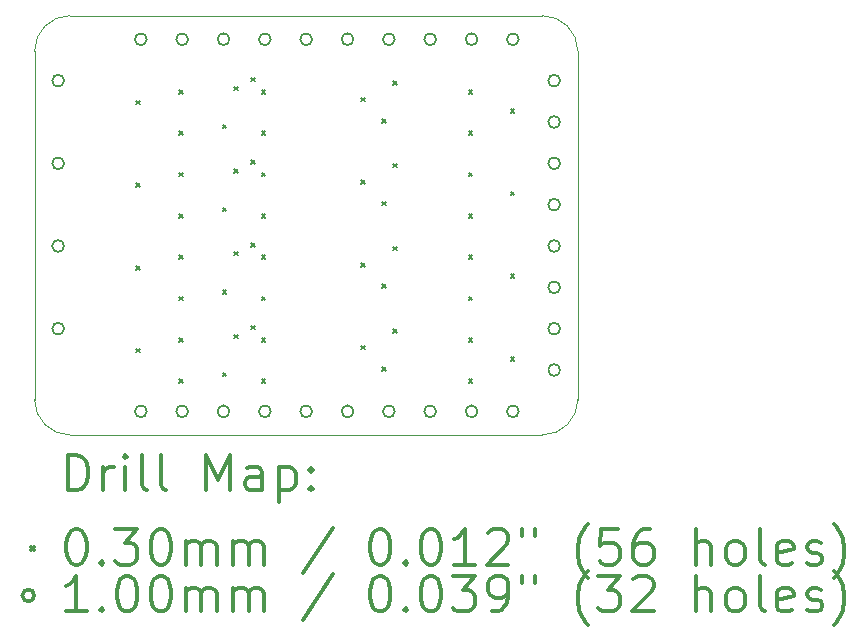
<source format=gbr>
%FSLAX45Y45*%
G04 Gerber Fmt 4.5, Leading zero omitted, Abs format (unit mm)*
G04 Created by KiCad (PCBNEW (5.1.9)-1) date 2022-08-22 18:31:57*
%MOMM*%
%LPD*%
G01*
G04 APERTURE LIST*
%TA.AperFunction,Profile*%
%ADD10C,0.050000*%
%TD*%
%ADD11C,0.200000*%
%ADD12C,0.300000*%
G04 APERTURE END LIST*
D10*
X15300000Y-8550000D02*
G75*
G02*
X15600000Y-8850000I0J-300000D01*
G01*
X11000000Y-8850000D02*
G75*
G02*
X11300000Y-8550000I300000J0D01*
G01*
X11300000Y-12100000D02*
G75*
G02*
X11000000Y-11800000I0J300000D01*
G01*
X15600000Y-11800000D02*
G75*
G02*
X15300000Y-12100000I-300000J0D01*
G01*
X11300000Y-12100000D02*
X15300000Y-12100000D01*
X11000000Y-8850000D02*
X11000000Y-11800000D01*
X15300000Y-8550000D02*
X11300000Y-8550000D01*
X15600000Y-11800000D02*
X15600000Y-8850000D01*
D11*
X11859300Y-9270000D02*
X11889300Y-9300000D01*
X11889300Y-9270000D02*
X11859300Y-9300000D01*
X11859300Y-9970000D02*
X11889300Y-10000000D01*
X11889300Y-9970000D02*
X11859300Y-10000000D01*
X11859300Y-10670000D02*
X11889300Y-10700000D01*
X11889300Y-10670000D02*
X11859300Y-10700000D01*
X11859300Y-11370000D02*
X11889300Y-11400000D01*
X11889300Y-11370000D02*
X11859300Y-11400000D01*
X12225000Y-9180000D02*
X12255000Y-9210000D01*
X12255000Y-9180000D02*
X12225000Y-9210000D01*
X12225000Y-9530000D02*
X12255000Y-9560000D01*
X12255000Y-9530000D02*
X12225000Y-9560000D01*
X12225000Y-9880000D02*
X12255000Y-9910000D01*
X12255000Y-9880000D02*
X12225000Y-9910000D01*
X12225000Y-10230000D02*
X12255000Y-10260000D01*
X12255000Y-10230000D02*
X12225000Y-10260000D01*
X12225000Y-10580000D02*
X12255000Y-10610000D01*
X12255000Y-10580000D02*
X12225000Y-10610000D01*
X12225000Y-10930000D02*
X12255000Y-10960000D01*
X12255000Y-10930000D02*
X12225000Y-10960000D01*
X12225000Y-11280000D02*
X12255000Y-11310000D01*
X12255000Y-11280000D02*
X12225000Y-11310000D01*
X12225000Y-11630000D02*
X12255000Y-11660000D01*
X12255000Y-11630000D02*
X12225000Y-11660000D01*
X12595000Y-9475000D02*
X12625000Y-9505000D01*
X12625000Y-9475000D02*
X12595000Y-9505000D01*
X12595000Y-10175000D02*
X12625000Y-10205000D01*
X12625000Y-10175000D02*
X12595000Y-10205000D01*
X12595000Y-10875000D02*
X12625000Y-10905000D01*
X12625000Y-10875000D02*
X12595000Y-10905000D01*
X12595000Y-11575000D02*
X12625000Y-11605000D01*
X12625000Y-11575000D02*
X12595000Y-11605000D01*
X12690000Y-9150000D02*
X12720000Y-9180000D01*
X12720000Y-9150000D02*
X12690000Y-9180000D01*
X12690000Y-9850000D02*
X12720000Y-9880000D01*
X12720000Y-9850000D02*
X12690000Y-9880000D01*
X12690000Y-10550000D02*
X12720000Y-10580000D01*
X12720000Y-10550000D02*
X12690000Y-10580000D01*
X12690000Y-11250000D02*
X12720000Y-11280000D01*
X12720000Y-11250000D02*
X12690000Y-11280000D01*
X12835000Y-9075000D02*
X12865000Y-9105000D01*
X12865000Y-9075000D02*
X12835000Y-9105000D01*
X12835000Y-9775000D02*
X12865000Y-9805000D01*
X12865000Y-9775000D02*
X12835000Y-9805000D01*
X12835000Y-10475000D02*
X12865000Y-10505000D01*
X12865000Y-10475000D02*
X12835000Y-10505000D01*
X12835000Y-11175000D02*
X12865000Y-11205000D01*
X12865000Y-11175000D02*
X12835000Y-11205000D01*
X12925000Y-9180000D02*
X12955000Y-9210000D01*
X12955000Y-9180000D02*
X12925000Y-9210000D01*
X12925000Y-9530000D02*
X12955000Y-9560000D01*
X12955000Y-9530000D02*
X12925000Y-9560000D01*
X12925000Y-9880000D02*
X12955000Y-9910000D01*
X12955000Y-9880000D02*
X12925000Y-9910000D01*
X12925000Y-10230000D02*
X12955000Y-10260000D01*
X12955000Y-10230000D02*
X12925000Y-10260000D01*
X12925000Y-10580000D02*
X12955000Y-10610000D01*
X12955000Y-10580000D02*
X12925000Y-10610000D01*
X12925000Y-10930000D02*
X12955000Y-10960000D01*
X12955000Y-10930000D02*
X12925000Y-10960000D01*
X12925000Y-11280000D02*
X12955000Y-11310000D01*
X12955000Y-11280000D02*
X12925000Y-11310000D01*
X12925000Y-11630000D02*
X12955000Y-11660000D01*
X12955000Y-11630000D02*
X12925000Y-11660000D01*
X13765000Y-9245000D02*
X13795000Y-9275000D01*
X13795000Y-9245000D02*
X13765000Y-9275000D01*
X13765000Y-9945000D02*
X13795000Y-9975000D01*
X13795000Y-9945000D02*
X13765000Y-9975000D01*
X13765000Y-10645000D02*
X13795000Y-10675000D01*
X13795000Y-10645000D02*
X13765000Y-10675000D01*
X13765000Y-11345000D02*
X13795000Y-11375000D01*
X13795000Y-11345000D02*
X13765000Y-11375000D01*
X13945000Y-9425000D02*
X13975000Y-9455000D01*
X13975000Y-9425000D02*
X13945000Y-9455000D01*
X13945000Y-10125000D02*
X13975000Y-10155000D01*
X13975000Y-10125000D02*
X13945000Y-10155000D01*
X13945000Y-10825000D02*
X13975000Y-10855000D01*
X13975000Y-10825000D02*
X13945000Y-10855000D01*
X13945000Y-11525000D02*
X13975000Y-11555000D01*
X13975000Y-11525000D02*
X13945000Y-11555000D01*
X14035000Y-9105000D02*
X14065000Y-9135000D01*
X14065000Y-9105000D02*
X14035000Y-9135000D01*
X14035000Y-9805000D02*
X14065000Y-9835000D01*
X14065000Y-9805000D02*
X14035000Y-9835000D01*
X14035000Y-10505000D02*
X14065000Y-10535000D01*
X14065000Y-10505000D02*
X14035000Y-10535000D01*
X14035000Y-11205000D02*
X14065000Y-11235000D01*
X14065000Y-11205000D02*
X14035000Y-11235000D01*
X14675000Y-9180000D02*
X14705000Y-9210000D01*
X14705000Y-9180000D02*
X14675000Y-9210000D01*
X14675000Y-9530000D02*
X14705000Y-9560000D01*
X14705000Y-9530000D02*
X14675000Y-9560000D01*
X14675000Y-9880000D02*
X14705000Y-9910000D01*
X14705000Y-9880000D02*
X14675000Y-9910000D01*
X14675000Y-10230000D02*
X14705000Y-10260000D01*
X14705000Y-10230000D02*
X14675000Y-10260000D01*
X14675000Y-10580000D02*
X14705000Y-10610000D01*
X14705000Y-10580000D02*
X14675000Y-10610000D01*
X14675000Y-10930000D02*
X14705000Y-10960000D01*
X14705000Y-10930000D02*
X14675000Y-10960000D01*
X14675000Y-11280000D02*
X14705000Y-11310000D01*
X14705000Y-11280000D02*
X14675000Y-11310000D01*
X14675000Y-11630000D02*
X14705000Y-11660000D01*
X14705000Y-11630000D02*
X14675000Y-11660000D01*
X15030000Y-9340000D02*
X15060000Y-9370000D01*
X15060000Y-9340000D02*
X15030000Y-9370000D01*
X15030000Y-10040000D02*
X15060000Y-10070000D01*
X15060000Y-10040000D02*
X15030000Y-10070000D01*
X15030000Y-10740000D02*
X15060000Y-10770000D01*
X15060000Y-10740000D02*
X15030000Y-10770000D01*
X15030000Y-11440000D02*
X15060000Y-11470000D01*
X15060000Y-11440000D02*
X15030000Y-11470000D01*
X11250000Y-9100000D02*
G75*
G03*
X11250000Y-9100000I-50000J0D01*
G01*
X11250000Y-9800000D02*
G75*
G03*
X11250000Y-9800000I-50000J0D01*
G01*
X11250000Y-10500000D02*
G75*
G03*
X11250000Y-10500000I-50000J0D01*
G01*
X11250000Y-11200000D02*
G75*
G03*
X11250000Y-11200000I-50000J0D01*
G01*
X11950000Y-8750000D02*
G75*
G03*
X11950000Y-8750000I-50000J0D01*
G01*
X11950000Y-11900000D02*
G75*
G03*
X11950000Y-11900000I-50000J0D01*
G01*
X12300000Y-8750000D02*
G75*
G03*
X12300000Y-8750000I-50000J0D01*
G01*
X12300000Y-11900000D02*
G75*
G03*
X12300000Y-11900000I-50000J0D01*
G01*
X12650000Y-8750000D02*
G75*
G03*
X12650000Y-8750000I-50000J0D01*
G01*
X12650000Y-11900000D02*
G75*
G03*
X12650000Y-11900000I-50000J0D01*
G01*
X13000000Y-8750000D02*
G75*
G03*
X13000000Y-8750000I-50000J0D01*
G01*
X13000000Y-11900000D02*
G75*
G03*
X13000000Y-11900000I-50000J0D01*
G01*
X13350000Y-8750000D02*
G75*
G03*
X13350000Y-8750000I-50000J0D01*
G01*
X13350000Y-11900000D02*
G75*
G03*
X13350000Y-11900000I-50000J0D01*
G01*
X13700000Y-8750000D02*
G75*
G03*
X13700000Y-8750000I-50000J0D01*
G01*
X13700000Y-11900000D02*
G75*
G03*
X13700000Y-11900000I-50000J0D01*
G01*
X14050000Y-8750000D02*
G75*
G03*
X14050000Y-8750000I-50000J0D01*
G01*
X14050000Y-11900000D02*
G75*
G03*
X14050000Y-11900000I-50000J0D01*
G01*
X14400000Y-8750000D02*
G75*
G03*
X14400000Y-8750000I-50000J0D01*
G01*
X14400000Y-11900000D02*
G75*
G03*
X14400000Y-11900000I-50000J0D01*
G01*
X14750000Y-8750000D02*
G75*
G03*
X14750000Y-8750000I-50000J0D01*
G01*
X14750000Y-11900000D02*
G75*
G03*
X14750000Y-11900000I-50000J0D01*
G01*
X15100000Y-8750000D02*
G75*
G03*
X15100000Y-8750000I-50000J0D01*
G01*
X15100000Y-11900000D02*
G75*
G03*
X15100000Y-11900000I-50000J0D01*
G01*
X15450000Y-9100000D02*
G75*
G03*
X15450000Y-9100000I-50000J0D01*
G01*
X15450000Y-9450000D02*
G75*
G03*
X15450000Y-9450000I-50000J0D01*
G01*
X15450000Y-9800000D02*
G75*
G03*
X15450000Y-9800000I-50000J0D01*
G01*
X15450000Y-10150000D02*
G75*
G03*
X15450000Y-10150000I-50000J0D01*
G01*
X15450000Y-10500000D02*
G75*
G03*
X15450000Y-10500000I-50000J0D01*
G01*
X15450000Y-10850000D02*
G75*
G03*
X15450000Y-10850000I-50000J0D01*
G01*
X15450000Y-11200000D02*
G75*
G03*
X15450000Y-11200000I-50000J0D01*
G01*
X15450000Y-11550000D02*
G75*
G03*
X15450000Y-11550000I-50000J0D01*
G01*
D12*
X11283928Y-12568214D02*
X11283928Y-12268214D01*
X11355357Y-12268214D01*
X11398214Y-12282500D01*
X11426786Y-12311071D01*
X11441071Y-12339643D01*
X11455357Y-12396786D01*
X11455357Y-12439643D01*
X11441071Y-12496786D01*
X11426786Y-12525357D01*
X11398214Y-12553929D01*
X11355357Y-12568214D01*
X11283928Y-12568214D01*
X11583928Y-12568214D02*
X11583928Y-12368214D01*
X11583928Y-12425357D02*
X11598214Y-12396786D01*
X11612500Y-12382500D01*
X11641071Y-12368214D01*
X11669643Y-12368214D01*
X11769643Y-12568214D02*
X11769643Y-12368214D01*
X11769643Y-12268214D02*
X11755357Y-12282500D01*
X11769643Y-12296786D01*
X11783928Y-12282500D01*
X11769643Y-12268214D01*
X11769643Y-12296786D01*
X11955357Y-12568214D02*
X11926786Y-12553929D01*
X11912500Y-12525357D01*
X11912500Y-12268214D01*
X12112500Y-12568214D02*
X12083928Y-12553929D01*
X12069643Y-12525357D01*
X12069643Y-12268214D01*
X12455357Y-12568214D02*
X12455357Y-12268214D01*
X12555357Y-12482500D01*
X12655357Y-12268214D01*
X12655357Y-12568214D01*
X12926786Y-12568214D02*
X12926786Y-12411071D01*
X12912500Y-12382500D01*
X12883928Y-12368214D01*
X12826786Y-12368214D01*
X12798214Y-12382500D01*
X12926786Y-12553929D02*
X12898214Y-12568214D01*
X12826786Y-12568214D01*
X12798214Y-12553929D01*
X12783928Y-12525357D01*
X12783928Y-12496786D01*
X12798214Y-12468214D01*
X12826786Y-12453929D01*
X12898214Y-12453929D01*
X12926786Y-12439643D01*
X13069643Y-12368214D02*
X13069643Y-12668214D01*
X13069643Y-12382500D02*
X13098214Y-12368214D01*
X13155357Y-12368214D01*
X13183928Y-12382500D01*
X13198214Y-12396786D01*
X13212500Y-12425357D01*
X13212500Y-12511071D01*
X13198214Y-12539643D01*
X13183928Y-12553929D01*
X13155357Y-12568214D01*
X13098214Y-12568214D01*
X13069643Y-12553929D01*
X13341071Y-12539643D02*
X13355357Y-12553929D01*
X13341071Y-12568214D01*
X13326786Y-12553929D01*
X13341071Y-12539643D01*
X13341071Y-12568214D01*
X13341071Y-12382500D02*
X13355357Y-12396786D01*
X13341071Y-12411071D01*
X13326786Y-12396786D01*
X13341071Y-12382500D01*
X13341071Y-12411071D01*
X10967500Y-13047500D02*
X10997500Y-13077500D01*
X10997500Y-13047500D02*
X10967500Y-13077500D01*
X11341071Y-12898214D02*
X11369643Y-12898214D01*
X11398214Y-12912500D01*
X11412500Y-12926786D01*
X11426786Y-12955357D01*
X11441071Y-13012500D01*
X11441071Y-13083929D01*
X11426786Y-13141071D01*
X11412500Y-13169643D01*
X11398214Y-13183929D01*
X11369643Y-13198214D01*
X11341071Y-13198214D01*
X11312500Y-13183929D01*
X11298214Y-13169643D01*
X11283928Y-13141071D01*
X11269643Y-13083929D01*
X11269643Y-13012500D01*
X11283928Y-12955357D01*
X11298214Y-12926786D01*
X11312500Y-12912500D01*
X11341071Y-12898214D01*
X11569643Y-13169643D02*
X11583928Y-13183929D01*
X11569643Y-13198214D01*
X11555357Y-13183929D01*
X11569643Y-13169643D01*
X11569643Y-13198214D01*
X11683928Y-12898214D02*
X11869643Y-12898214D01*
X11769643Y-13012500D01*
X11812500Y-13012500D01*
X11841071Y-13026786D01*
X11855357Y-13041071D01*
X11869643Y-13069643D01*
X11869643Y-13141071D01*
X11855357Y-13169643D01*
X11841071Y-13183929D01*
X11812500Y-13198214D01*
X11726786Y-13198214D01*
X11698214Y-13183929D01*
X11683928Y-13169643D01*
X12055357Y-12898214D02*
X12083928Y-12898214D01*
X12112500Y-12912500D01*
X12126786Y-12926786D01*
X12141071Y-12955357D01*
X12155357Y-13012500D01*
X12155357Y-13083929D01*
X12141071Y-13141071D01*
X12126786Y-13169643D01*
X12112500Y-13183929D01*
X12083928Y-13198214D01*
X12055357Y-13198214D01*
X12026786Y-13183929D01*
X12012500Y-13169643D01*
X11998214Y-13141071D01*
X11983928Y-13083929D01*
X11983928Y-13012500D01*
X11998214Y-12955357D01*
X12012500Y-12926786D01*
X12026786Y-12912500D01*
X12055357Y-12898214D01*
X12283928Y-13198214D02*
X12283928Y-12998214D01*
X12283928Y-13026786D02*
X12298214Y-13012500D01*
X12326786Y-12998214D01*
X12369643Y-12998214D01*
X12398214Y-13012500D01*
X12412500Y-13041071D01*
X12412500Y-13198214D01*
X12412500Y-13041071D02*
X12426786Y-13012500D01*
X12455357Y-12998214D01*
X12498214Y-12998214D01*
X12526786Y-13012500D01*
X12541071Y-13041071D01*
X12541071Y-13198214D01*
X12683928Y-13198214D02*
X12683928Y-12998214D01*
X12683928Y-13026786D02*
X12698214Y-13012500D01*
X12726786Y-12998214D01*
X12769643Y-12998214D01*
X12798214Y-13012500D01*
X12812500Y-13041071D01*
X12812500Y-13198214D01*
X12812500Y-13041071D02*
X12826786Y-13012500D01*
X12855357Y-12998214D01*
X12898214Y-12998214D01*
X12926786Y-13012500D01*
X12941071Y-13041071D01*
X12941071Y-13198214D01*
X13526786Y-12883929D02*
X13269643Y-13269643D01*
X13912500Y-12898214D02*
X13941071Y-12898214D01*
X13969643Y-12912500D01*
X13983928Y-12926786D01*
X13998214Y-12955357D01*
X14012500Y-13012500D01*
X14012500Y-13083929D01*
X13998214Y-13141071D01*
X13983928Y-13169643D01*
X13969643Y-13183929D01*
X13941071Y-13198214D01*
X13912500Y-13198214D01*
X13883928Y-13183929D01*
X13869643Y-13169643D01*
X13855357Y-13141071D01*
X13841071Y-13083929D01*
X13841071Y-13012500D01*
X13855357Y-12955357D01*
X13869643Y-12926786D01*
X13883928Y-12912500D01*
X13912500Y-12898214D01*
X14141071Y-13169643D02*
X14155357Y-13183929D01*
X14141071Y-13198214D01*
X14126786Y-13183929D01*
X14141071Y-13169643D01*
X14141071Y-13198214D01*
X14341071Y-12898214D02*
X14369643Y-12898214D01*
X14398214Y-12912500D01*
X14412500Y-12926786D01*
X14426786Y-12955357D01*
X14441071Y-13012500D01*
X14441071Y-13083929D01*
X14426786Y-13141071D01*
X14412500Y-13169643D01*
X14398214Y-13183929D01*
X14369643Y-13198214D01*
X14341071Y-13198214D01*
X14312500Y-13183929D01*
X14298214Y-13169643D01*
X14283928Y-13141071D01*
X14269643Y-13083929D01*
X14269643Y-13012500D01*
X14283928Y-12955357D01*
X14298214Y-12926786D01*
X14312500Y-12912500D01*
X14341071Y-12898214D01*
X14726786Y-13198214D02*
X14555357Y-13198214D01*
X14641071Y-13198214D02*
X14641071Y-12898214D01*
X14612500Y-12941071D01*
X14583928Y-12969643D01*
X14555357Y-12983929D01*
X14841071Y-12926786D02*
X14855357Y-12912500D01*
X14883928Y-12898214D01*
X14955357Y-12898214D01*
X14983928Y-12912500D01*
X14998214Y-12926786D01*
X15012500Y-12955357D01*
X15012500Y-12983929D01*
X14998214Y-13026786D01*
X14826786Y-13198214D01*
X15012500Y-13198214D01*
X15126786Y-12898214D02*
X15126786Y-12955357D01*
X15241071Y-12898214D02*
X15241071Y-12955357D01*
X15683928Y-13312500D02*
X15669643Y-13298214D01*
X15641071Y-13255357D01*
X15626786Y-13226786D01*
X15612500Y-13183929D01*
X15598214Y-13112500D01*
X15598214Y-13055357D01*
X15612500Y-12983929D01*
X15626786Y-12941071D01*
X15641071Y-12912500D01*
X15669643Y-12869643D01*
X15683928Y-12855357D01*
X15941071Y-12898214D02*
X15798214Y-12898214D01*
X15783928Y-13041071D01*
X15798214Y-13026786D01*
X15826786Y-13012500D01*
X15898214Y-13012500D01*
X15926786Y-13026786D01*
X15941071Y-13041071D01*
X15955357Y-13069643D01*
X15955357Y-13141071D01*
X15941071Y-13169643D01*
X15926786Y-13183929D01*
X15898214Y-13198214D01*
X15826786Y-13198214D01*
X15798214Y-13183929D01*
X15783928Y-13169643D01*
X16212500Y-12898214D02*
X16155357Y-12898214D01*
X16126786Y-12912500D01*
X16112500Y-12926786D01*
X16083928Y-12969643D01*
X16069643Y-13026786D01*
X16069643Y-13141071D01*
X16083928Y-13169643D01*
X16098214Y-13183929D01*
X16126786Y-13198214D01*
X16183928Y-13198214D01*
X16212500Y-13183929D01*
X16226786Y-13169643D01*
X16241071Y-13141071D01*
X16241071Y-13069643D01*
X16226786Y-13041071D01*
X16212500Y-13026786D01*
X16183928Y-13012500D01*
X16126786Y-13012500D01*
X16098214Y-13026786D01*
X16083928Y-13041071D01*
X16069643Y-13069643D01*
X16598214Y-13198214D02*
X16598214Y-12898214D01*
X16726786Y-13198214D02*
X16726786Y-13041071D01*
X16712500Y-13012500D01*
X16683928Y-12998214D01*
X16641071Y-12998214D01*
X16612500Y-13012500D01*
X16598214Y-13026786D01*
X16912500Y-13198214D02*
X16883928Y-13183929D01*
X16869643Y-13169643D01*
X16855357Y-13141071D01*
X16855357Y-13055357D01*
X16869643Y-13026786D01*
X16883928Y-13012500D01*
X16912500Y-12998214D01*
X16955357Y-12998214D01*
X16983928Y-13012500D01*
X16998214Y-13026786D01*
X17012500Y-13055357D01*
X17012500Y-13141071D01*
X16998214Y-13169643D01*
X16983928Y-13183929D01*
X16955357Y-13198214D01*
X16912500Y-13198214D01*
X17183928Y-13198214D02*
X17155357Y-13183929D01*
X17141071Y-13155357D01*
X17141071Y-12898214D01*
X17412500Y-13183929D02*
X17383928Y-13198214D01*
X17326786Y-13198214D01*
X17298214Y-13183929D01*
X17283928Y-13155357D01*
X17283928Y-13041071D01*
X17298214Y-13012500D01*
X17326786Y-12998214D01*
X17383928Y-12998214D01*
X17412500Y-13012500D01*
X17426786Y-13041071D01*
X17426786Y-13069643D01*
X17283928Y-13098214D01*
X17541071Y-13183929D02*
X17569643Y-13198214D01*
X17626786Y-13198214D01*
X17655357Y-13183929D01*
X17669643Y-13155357D01*
X17669643Y-13141071D01*
X17655357Y-13112500D01*
X17626786Y-13098214D01*
X17583928Y-13098214D01*
X17555357Y-13083929D01*
X17541071Y-13055357D01*
X17541071Y-13041071D01*
X17555357Y-13012500D01*
X17583928Y-12998214D01*
X17626786Y-12998214D01*
X17655357Y-13012500D01*
X17769643Y-13312500D02*
X17783928Y-13298214D01*
X17812500Y-13255357D01*
X17826786Y-13226786D01*
X17841071Y-13183929D01*
X17855357Y-13112500D01*
X17855357Y-13055357D01*
X17841071Y-12983929D01*
X17826786Y-12941071D01*
X17812500Y-12912500D01*
X17783928Y-12869643D01*
X17769643Y-12855357D01*
X10997500Y-13458500D02*
G75*
G03*
X10997500Y-13458500I-50000J0D01*
G01*
X11441071Y-13594214D02*
X11269643Y-13594214D01*
X11355357Y-13594214D02*
X11355357Y-13294214D01*
X11326786Y-13337071D01*
X11298214Y-13365643D01*
X11269643Y-13379929D01*
X11569643Y-13565643D02*
X11583928Y-13579929D01*
X11569643Y-13594214D01*
X11555357Y-13579929D01*
X11569643Y-13565643D01*
X11569643Y-13594214D01*
X11769643Y-13294214D02*
X11798214Y-13294214D01*
X11826786Y-13308500D01*
X11841071Y-13322786D01*
X11855357Y-13351357D01*
X11869643Y-13408500D01*
X11869643Y-13479929D01*
X11855357Y-13537071D01*
X11841071Y-13565643D01*
X11826786Y-13579929D01*
X11798214Y-13594214D01*
X11769643Y-13594214D01*
X11741071Y-13579929D01*
X11726786Y-13565643D01*
X11712500Y-13537071D01*
X11698214Y-13479929D01*
X11698214Y-13408500D01*
X11712500Y-13351357D01*
X11726786Y-13322786D01*
X11741071Y-13308500D01*
X11769643Y-13294214D01*
X12055357Y-13294214D02*
X12083928Y-13294214D01*
X12112500Y-13308500D01*
X12126786Y-13322786D01*
X12141071Y-13351357D01*
X12155357Y-13408500D01*
X12155357Y-13479929D01*
X12141071Y-13537071D01*
X12126786Y-13565643D01*
X12112500Y-13579929D01*
X12083928Y-13594214D01*
X12055357Y-13594214D01*
X12026786Y-13579929D01*
X12012500Y-13565643D01*
X11998214Y-13537071D01*
X11983928Y-13479929D01*
X11983928Y-13408500D01*
X11998214Y-13351357D01*
X12012500Y-13322786D01*
X12026786Y-13308500D01*
X12055357Y-13294214D01*
X12283928Y-13594214D02*
X12283928Y-13394214D01*
X12283928Y-13422786D02*
X12298214Y-13408500D01*
X12326786Y-13394214D01*
X12369643Y-13394214D01*
X12398214Y-13408500D01*
X12412500Y-13437071D01*
X12412500Y-13594214D01*
X12412500Y-13437071D02*
X12426786Y-13408500D01*
X12455357Y-13394214D01*
X12498214Y-13394214D01*
X12526786Y-13408500D01*
X12541071Y-13437071D01*
X12541071Y-13594214D01*
X12683928Y-13594214D02*
X12683928Y-13394214D01*
X12683928Y-13422786D02*
X12698214Y-13408500D01*
X12726786Y-13394214D01*
X12769643Y-13394214D01*
X12798214Y-13408500D01*
X12812500Y-13437071D01*
X12812500Y-13594214D01*
X12812500Y-13437071D02*
X12826786Y-13408500D01*
X12855357Y-13394214D01*
X12898214Y-13394214D01*
X12926786Y-13408500D01*
X12941071Y-13437071D01*
X12941071Y-13594214D01*
X13526786Y-13279929D02*
X13269643Y-13665643D01*
X13912500Y-13294214D02*
X13941071Y-13294214D01*
X13969643Y-13308500D01*
X13983928Y-13322786D01*
X13998214Y-13351357D01*
X14012500Y-13408500D01*
X14012500Y-13479929D01*
X13998214Y-13537071D01*
X13983928Y-13565643D01*
X13969643Y-13579929D01*
X13941071Y-13594214D01*
X13912500Y-13594214D01*
X13883928Y-13579929D01*
X13869643Y-13565643D01*
X13855357Y-13537071D01*
X13841071Y-13479929D01*
X13841071Y-13408500D01*
X13855357Y-13351357D01*
X13869643Y-13322786D01*
X13883928Y-13308500D01*
X13912500Y-13294214D01*
X14141071Y-13565643D02*
X14155357Y-13579929D01*
X14141071Y-13594214D01*
X14126786Y-13579929D01*
X14141071Y-13565643D01*
X14141071Y-13594214D01*
X14341071Y-13294214D02*
X14369643Y-13294214D01*
X14398214Y-13308500D01*
X14412500Y-13322786D01*
X14426786Y-13351357D01*
X14441071Y-13408500D01*
X14441071Y-13479929D01*
X14426786Y-13537071D01*
X14412500Y-13565643D01*
X14398214Y-13579929D01*
X14369643Y-13594214D01*
X14341071Y-13594214D01*
X14312500Y-13579929D01*
X14298214Y-13565643D01*
X14283928Y-13537071D01*
X14269643Y-13479929D01*
X14269643Y-13408500D01*
X14283928Y-13351357D01*
X14298214Y-13322786D01*
X14312500Y-13308500D01*
X14341071Y-13294214D01*
X14541071Y-13294214D02*
X14726786Y-13294214D01*
X14626786Y-13408500D01*
X14669643Y-13408500D01*
X14698214Y-13422786D01*
X14712500Y-13437071D01*
X14726786Y-13465643D01*
X14726786Y-13537071D01*
X14712500Y-13565643D01*
X14698214Y-13579929D01*
X14669643Y-13594214D01*
X14583928Y-13594214D01*
X14555357Y-13579929D01*
X14541071Y-13565643D01*
X14869643Y-13594214D02*
X14926786Y-13594214D01*
X14955357Y-13579929D01*
X14969643Y-13565643D01*
X14998214Y-13522786D01*
X15012500Y-13465643D01*
X15012500Y-13351357D01*
X14998214Y-13322786D01*
X14983928Y-13308500D01*
X14955357Y-13294214D01*
X14898214Y-13294214D01*
X14869643Y-13308500D01*
X14855357Y-13322786D01*
X14841071Y-13351357D01*
X14841071Y-13422786D01*
X14855357Y-13451357D01*
X14869643Y-13465643D01*
X14898214Y-13479929D01*
X14955357Y-13479929D01*
X14983928Y-13465643D01*
X14998214Y-13451357D01*
X15012500Y-13422786D01*
X15126786Y-13294214D02*
X15126786Y-13351357D01*
X15241071Y-13294214D02*
X15241071Y-13351357D01*
X15683928Y-13708500D02*
X15669643Y-13694214D01*
X15641071Y-13651357D01*
X15626786Y-13622786D01*
X15612500Y-13579929D01*
X15598214Y-13508500D01*
X15598214Y-13451357D01*
X15612500Y-13379929D01*
X15626786Y-13337071D01*
X15641071Y-13308500D01*
X15669643Y-13265643D01*
X15683928Y-13251357D01*
X15769643Y-13294214D02*
X15955357Y-13294214D01*
X15855357Y-13408500D01*
X15898214Y-13408500D01*
X15926786Y-13422786D01*
X15941071Y-13437071D01*
X15955357Y-13465643D01*
X15955357Y-13537071D01*
X15941071Y-13565643D01*
X15926786Y-13579929D01*
X15898214Y-13594214D01*
X15812500Y-13594214D01*
X15783928Y-13579929D01*
X15769643Y-13565643D01*
X16069643Y-13322786D02*
X16083928Y-13308500D01*
X16112500Y-13294214D01*
X16183928Y-13294214D01*
X16212500Y-13308500D01*
X16226786Y-13322786D01*
X16241071Y-13351357D01*
X16241071Y-13379929D01*
X16226786Y-13422786D01*
X16055357Y-13594214D01*
X16241071Y-13594214D01*
X16598214Y-13594214D02*
X16598214Y-13294214D01*
X16726786Y-13594214D02*
X16726786Y-13437071D01*
X16712500Y-13408500D01*
X16683928Y-13394214D01*
X16641071Y-13394214D01*
X16612500Y-13408500D01*
X16598214Y-13422786D01*
X16912500Y-13594214D02*
X16883928Y-13579929D01*
X16869643Y-13565643D01*
X16855357Y-13537071D01*
X16855357Y-13451357D01*
X16869643Y-13422786D01*
X16883928Y-13408500D01*
X16912500Y-13394214D01*
X16955357Y-13394214D01*
X16983928Y-13408500D01*
X16998214Y-13422786D01*
X17012500Y-13451357D01*
X17012500Y-13537071D01*
X16998214Y-13565643D01*
X16983928Y-13579929D01*
X16955357Y-13594214D01*
X16912500Y-13594214D01*
X17183928Y-13594214D02*
X17155357Y-13579929D01*
X17141071Y-13551357D01*
X17141071Y-13294214D01*
X17412500Y-13579929D02*
X17383928Y-13594214D01*
X17326786Y-13594214D01*
X17298214Y-13579929D01*
X17283928Y-13551357D01*
X17283928Y-13437071D01*
X17298214Y-13408500D01*
X17326786Y-13394214D01*
X17383928Y-13394214D01*
X17412500Y-13408500D01*
X17426786Y-13437071D01*
X17426786Y-13465643D01*
X17283928Y-13494214D01*
X17541071Y-13579929D02*
X17569643Y-13594214D01*
X17626786Y-13594214D01*
X17655357Y-13579929D01*
X17669643Y-13551357D01*
X17669643Y-13537071D01*
X17655357Y-13508500D01*
X17626786Y-13494214D01*
X17583928Y-13494214D01*
X17555357Y-13479929D01*
X17541071Y-13451357D01*
X17541071Y-13437071D01*
X17555357Y-13408500D01*
X17583928Y-13394214D01*
X17626786Y-13394214D01*
X17655357Y-13408500D01*
X17769643Y-13708500D02*
X17783928Y-13694214D01*
X17812500Y-13651357D01*
X17826786Y-13622786D01*
X17841071Y-13579929D01*
X17855357Y-13508500D01*
X17855357Y-13451357D01*
X17841071Y-13379929D01*
X17826786Y-13337071D01*
X17812500Y-13308500D01*
X17783928Y-13265643D01*
X17769643Y-13251357D01*
M02*

</source>
